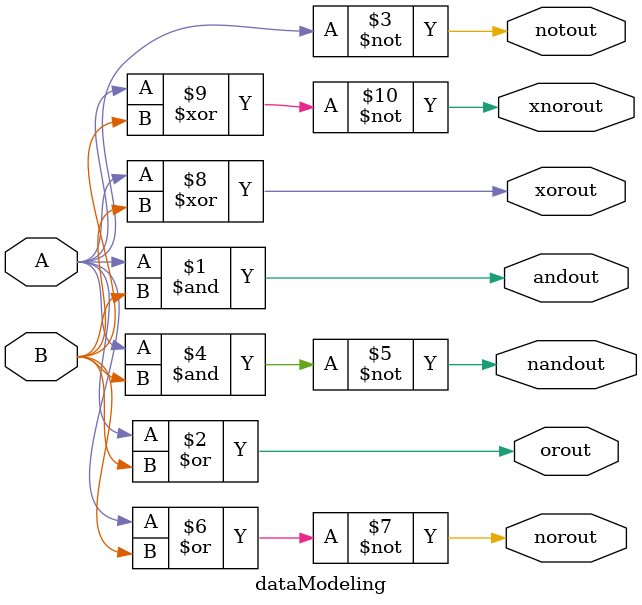
<source format=sv>
module dataModeling(output andout,orout,notout,norout,nandout,xorout,xnorout,input A,B);
  
  assign andout = A&B;
  assign orout = A|B;
  assign notout = ~A;
  assign nandout = ~(A&B);
  assign norout = ~(A|B);
  assign xorout = A^B;
  assign xnorout = ~(A^B);
  
endmodule
</source>
